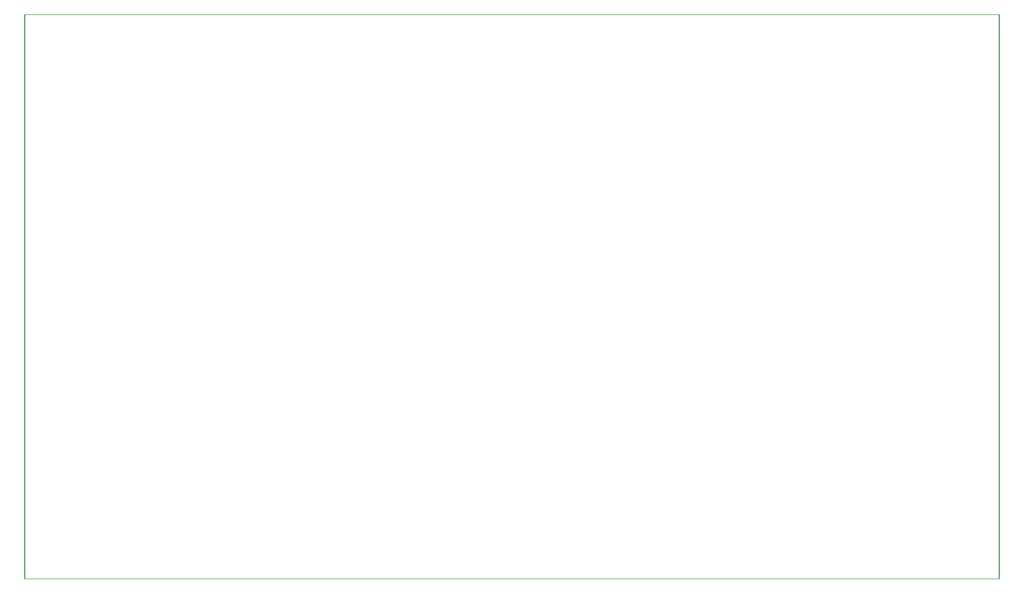
<source format=gm1>
G04 #@! TF.GenerationSoftware,KiCad,Pcbnew,(5.1.5)-3*
G04 #@! TF.CreationDate,2020-04-01T15:34:46+02:00*
G04 #@! TF.ProjectId,stair,73746169-722e-46b6-9963-61645f706362,rev?*
G04 #@! TF.SameCoordinates,Original*
G04 #@! TF.FileFunction,Profile,NP*
%FSLAX46Y46*%
G04 Gerber Fmt 4.6, Leading zero omitted, Abs format (unit mm)*
G04 Created by KiCad (PCBNEW (5.1.5)-3) date 2020-04-01 15:34:46*
%MOMM*%
%LPD*%
G04 APERTURE LIST*
%ADD10C,0.150000*%
%ADD11C,0.100000*%
G04 APERTURE END LIST*
D10*
X68580000Y-144780000D02*
X68580000Y-52070000D01*
X228600000Y-52070000D02*
X228600000Y-144780000D01*
D11*
X68580000Y-52070000D02*
X228600000Y-52070000D01*
X228600000Y-144780000D02*
X68580000Y-144780000D01*
M02*

</source>
